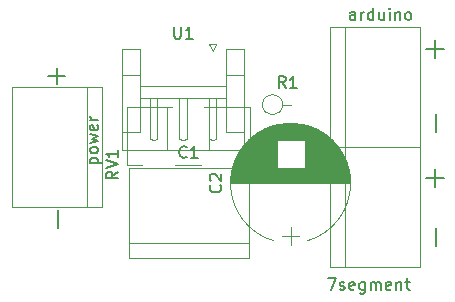
<source format=gbr>
G04 #@! TF.GenerationSoftware,KiCad,Pcbnew,(5.1.2)-2*
G04 #@! TF.CreationDate,2019-08-28T16:57:34+07:00*
G04 #@! TF.ProjectId,regulator_clock,72656775-6c61-4746-9f72-5f636c6f636b,rev?*
G04 #@! TF.SameCoordinates,Original*
G04 #@! TF.FileFunction,Legend,Top*
G04 #@! TF.FilePolarity,Positive*
%FSLAX46Y46*%
G04 Gerber Fmt 4.6, Leading zero omitted, Abs format (unit mm)*
G04 Created by KiCad (PCBNEW (5.1.2)-2) date 2019-08-28 16:57:34*
%MOMM*%
%LPD*%
G04 APERTURE LIST*
%ADD10C,0.150000*%
%ADD11C,0.120000*%
G04 APERTURE END LIST*
D10*
X121046857Y-90169904D02*
X121046857Y-88646095D01*
X120142095Y-84470857D02*
X121665904Y-84470857D01*
X120904000Y-85232761D02*
X120904000Y-83708952D01*
X121046857Y-80517904D02*
X121046857Y-78994095D01*
X121665904Y-73517142D02*
X120142095Y-73517142D01*
X120904000Y-72755238D02*
X120904000Y-74279047D01*
X89042857Y-88645904D02*
X89042857Y-87122095D01*
X88214285Y-75820571D02*
X89585714Y-75820571D01*
X88900000Y-76506285D02*
X88900000Y-75134857D01*
D11*
X101808000Y-73084000D02*
X102108000Y-73684000D01*
X102408000Y-73084000D02*
X101808000Y-73084000D01*
X102108000Y-73684000D02*
X102408000Y-73084000D01*
X96788000Y-77684000D02*
X97108000Y-77684000D01*
X96788000Y-81104000D02*
X96788000Y-77684000D01*
X97108000Y-81184000D02*
X96788000Y-81104000D01*
X97428000Y-81104000D02*
X97108000Y-81184000D01*
X97428000Y-77684000D02*
X97428000Y-81104000D01*
X97108000Y-77684000D02*
X97428000Y-77684000D01*
X99288000Y-77684000D02*
X99608000Y-77684000D01*
X99288000Y-81104000D02*
X99288000Y-77684000D01*
X99608000Y-81184000D02*
X99288000Y-81104000D01*
X99928000Y-81104000D02*
X99608000Y-81184000D01*
X99928000Y-77684000D02*
X99928000Y-81104000D01*
X99608000Y-77684000D02*
X99928000Y-77684000D01*
X101788000Y-77684000D02*
X102108000Y-77684000D01*
X101788000Y-81104000D02*
X101788000Y-77684000D01*
X102108000Y-81184000D02*
X101788000Y-81104000D01*
X102428000Y-81104000D02*
X102108000Y-81184000D01*
X102428000Y-77684000D02*
X102428000Y-81104000D01*
X102108000Y-77684000D02*
X102428000Y-77684000D01*
X103258000Y-76684000D02*
X95958000Y-76684000D01*
X103258000Y-77684000D02*
X95958000Y-77684000D01*
X95958000Y-75734000D02*
X94458000Y-75734000D01*
X95958000Y-80534000D02*
X95958000Y-75734000D01*
X94458000Y-80534000D02*
X95958000Y-80534000D01*
X103258000Y-75734000D02*
X104758000Y-75734000D01*
X103258000Y-80534000D02*
X103258000Y-75734000D01*
X104758000Y-80534000D02*
X103258000Y-80534000D01*
X95958000Y-73534000D02*
X95958000Y-75734000D01*
X94458000Y-73534000D02*
X95958000Y-73534000D01*
X94458000Y-82034000D02*
X94458000Y-73534000D01*
X104758000Y-82034000D02*
X94458000Y-82034000D01*
X104758000Y-73534000D02*
X104758000Y-82034000D01*
X103258000Y-73534000D02*
X104758000Y-73534000D01*
X103258000Y-75734000D02*
X103258000Y-73534000D01*
X105156000Y-89916000D02*
X94996000Y-89916000D01*
X105156000Y-91186000D02*
X105156000Y-83566000D01*
X105156000Y-83566000D02*
X94996000Y-83566000D01*
X94996000Y-83566000D02*
X94996000Y-91186000D01*
X94996000Y-91186000D02*
X105156000Y-91186000D01*
X107962000Y-89326000D02*
X109462000Y-89326000D01*
X108712000Y-90076000D02*
X108712000Y-88576000D01*
X108433000Y-79795000D02*
X108991000Y-79795000D01*
X108040000Y-79835000D02*
X109384000Y-79835000D01*
X107799000Y-79875000D02*
X109625000Y-79875000D01*
X107608000Y-79915000D02*
X109816000Y-79915000D01*
X107447000Y-79955000D02*
X109977000Y-79955000D01*
X107305000Y-79995000D02*
X110119000Y-79995000D01*
X107176000Y-80035000D02*
X110248000Y-80035000D01*
X107058000Y-80075000D02*
X110366000Y-80075000D01*
X106949000Y-80115000D02*
X110475000Y-80115000D01*
X106846000Y-80155000D02*
X110578000Y-80155000D01*
X106750000Y-80195000D02*
X110674000Y-80195000D01*
X106659000Y-80235000D02*
X110765000Y-80235000D01*
X106572000Y-80275000D02*
X110852000Y-80275000D01*
X106490000Y-80315000D02*
X110934000Y-80315000D01*
X106411000Y-80355000D02*
X111013000Y-80355000D01*
X106335000Y-80395000D02*
X111089000Y-80395000D01*
X106263000Y-80435000D02*
X111161000Y-80435000D01*
X106193000Y-80475000D02*
X111231000Y-80475000D01*
X106125000Y-80515000D02*
X111299000Y-80515000D01*
X106060000Y-80555000D02*
X111364000Y-80555000D01*
X105997000Y-80595000D02*
X111427000Y-80595000D01*
X105935000Y-80635000D02*
X111489000Y-80635000D01*
X105876000Y-80675000D02*
X111548000Y-80675000D01*
X105818000Y-80715000D02*
X111606000Y-80715000D01*
X105763000Y-80755000D02*
X111661000Y-80755000D01*
X105708000Y-80795000D02*
X111716000Y-80795000D01*
X105655000Y-80835000D02*
X111769000Y-80835000D01*
X105604000Y-80875000D02*
X111820000Y-80875000D01*
X105554000Y-80915000D02*
X111870000Y-80915000D01*
X105505000Y-80955000D02*
X111919000Y-80955000D01*
X105457000Y-80995000D02*
X111967000Y-80995000D01*
X105410000Y-81035000D02*
X112014000Y-81035000D01*
X105365000Y-81075000D02*
X112059000Y-81075000D01*
X105321000Y-81115000D02*
X112103000Y-81115000D01*
X105277000Y-81155000D02*
X112147000Y-81155000D01*
X105235000Y-81195000D02*
X112189000Y-81195000D01*
X109893000Y-81235000D02*
X112230000Y-81235000D01*
X105194000Y-81235000D02*
X107531000Y-81235000D01*
X109893000Y-81275000D02*
X112271000Y-81275000D01*
X105153000Y-81275000D02*
X107531000Y-81275000D01*
X109893000Y-81315000D02*
X112310000Y-81315000D01*
X105114000Y-81315000D02*
X107531000Y-81315000D01*
X109893000Y-81355000D02*
X112349000Y-81355000D01*
X105075000Y-81355000D02*
X107531000Y-81355000D01*
X109893000Y-81395000D02*
X112387000Y-81395000D01*
X105037000Y-81395000D02*
X107531000Y-81395000D01*
X109893000Y-81435000D02*
X112424000Y-81435000D01*
X105000000Y-81435000D02*
X107531000Y-81435000D01*
X109893000Y-81475000D02*
X112460000Y-81475000D01*
X104964000Y-81475000D02*
X107531000Y-81475000D01*
X109893000Y-81515000D02*
X112496000Y-81515000D01*
X104928000Y-81515000D02*
X107531000Y-81515000D01*
X109893000Y-81555000D02*
X112531000Y-81555000D01*
X104893000Y-81555000D02*
X107531000Y-81555000D01*
X109893000Y-81595000D02*
X112565000Y-81595000D01*
X104859000Y-81595000D02*
X107531000Y-81595000D01*
X109893000Y-81635000D02*
X112598000Y-81635000D01*
X104826000Y-81635000D02*
X107531000Y-81635000D01*
X109893000Y-81675000D02*
X112631000Y-81675000D01*
X104793000Y-81675000D02*
X107531000Y-81675000D01*
X109893000Y-81715000D02*
X112663000Y-81715000D01*
X104761000Y-81715000D02*
X107531000Y-81715000D01*
X109893000Y-81755000D02*
X112694000Y-81755000D01*
X104730000Y-81755000D02*
X107531000Y-81755000D01*
X109893000Y-81795000D02*
X112725000Y-81795000D01*
X104699000Y-81795000D02*
X107531000Y-81795000D01*
X109893000Y-81835000D02*
X112755000Y-81835000D01*
X104669000Y-81835000D02*
X107531000Y-81835000D01*
X109893000Y-81875000D02*
X112784000Y-81875000D01*
X104640000Y-81875000D02*
X107531000Y-81875000D01*
X109893000Y-81915000D02*
X112813000Y-81915000D01*
X104611000Y-81915000D02*
X107531000Y-81915000D01*
X109893000Y-81955000D02*
X112842000Y-81955000D01*
X104582000Y-81955000D02*
X107531000Y-81955000D01*
X109893000Y-81995000D02*
X112869000Y-81995000D01*
X104555000Y-81995000D02*
X107531000Y-81995000D01*
X109893000Y-82035000D02*
X112897000Y-82035000D01*
X104527000Y-82035000D02*
X107531000Y-82035000D01*
X109893000Y-82075000D02*
X112923000Y-82075000D01*
X104501000Y-82075000D02*
X107531000Y-82075000D01*
X109893000Y-82115000D02*
X112949000Y-82115000D01*
X104475000Y-82115000D02*
X107531000Y-82115000D01*
X109893000Y-82155000D02*
X112975000Y-82155000D01*
X104449000Y-82155000D02*
X107531000Y-82155000D01*
X109893000Y-82195000D02*
X113000000Y-82195000D01*
X104424000Y-82195000D02*
X107531000Y-82195000D01*
X109893000Y-82235000D02*
X113024000Y-82235000D01*
X104400000Y-82235000D02*
X107531000Y-82235000D01*
X109893000Y-82275000D02*
X113048000Y-82275000D01*
X104376000Y-82275000D02*
X107531000Y-82275000D01*
X109893000Y-82315000D02*
X113072000Y-82315000D01*
X104352000Y-82315000D02*
X107531000Y-82315000D01*
X109893000Y-82355000D02*
X113095000Y-82355000D01*
X104329000Y-82355000D02*
X107531000Y-82355000D01*
X109893000Y-82395000D02*
X113117000Y-82395000D01*
X104307000Y-82395000D02*
X107531000Y-82395000D01*
X109893000Y-82435000D02*
X113140000Y-82435000D01*
X104284000Y-82435000D02*
X107531000Y-82435000D01*
X109893000Y-82475000D02*
X113161000Y-82475000D01*
X104263000Y-82475000D02*
X107531000Y-82475000D01*
X109893000Y-82515000D02*
X113182000Y-82515000D01*
X104242000Y-82515000D02*
X107531000Y-82515000D01*
X109893000Y-82555000D02*
X113203000Y-82555000D01*
X104221000Y-82555000D02*
X107531000Y-82555000D01*
X109893000Y-82595000D02*
X113223000Y-82595000D01*
X104201000Y-82595000D02*
X107531000Y-82595000D01*
X109893000Y-82635000D02*
X113243000Y-82635000D01*
X104181000Y-82635000D02*
X107531000Y-82635000D01*
X109893000Y-82675000D02*
X113262000Y-82675000D01*
X104162000Y-82675000D02*
X107531000Y-82675000D01*
X109893000Y-82715000D02*
X113281000Y-82715000D01*
X104143000Y-82715000D02*
X107531000Y-82715000D01*
X109893000Y-82755000D02*
X113300000Y-82755000D01*
X104124000Y-82755000D02*
X107531000Y-82755000D01*
X109893000Y-82795000D02*
X113318000Y-82795000D01*
X104106000Y-82795000D02*
X107531000Y-82795000D01*
X109893000Y-82835000D02*
X113336000Y-82835000D01*
X104088000Y-82835000D02*
X107531000Y-82835000D01*
X109893000Y-82875000D02*
X113353000Y-82875000D01*
X104071000Y-82875000D02*
X107531000Y-82875000D01*
X109893000Y-82915000D02*
X113370000Y-82915000D01*
X104054000Y-82915000D02*
X107531000Y-82915000D01*
X109893000Y-82955000D02*
X113386000Y-82955000D01*
X104038000Y-82955000D02*
X107531000Y-82955000D01*
X109893000Y-82995000D02*
X113403000Y-82995000D01*
X104021000Y-82995000D02*
X107531000Y-82995000D01*
X109893000Y-83035000D02*
X113418000Y-83035000D01*
X104006000Y-83035000D02*
X107531000Y-83035000D01*
X109893000Y-83075000D02*
X113434000Y-83075000D01*
X103990000Y-83075000D02*
X107531000Y-83075000D01*
X109893000Y-83115000D02*
X113449000Y-83115000D01*
X103975000Y-83115000D02*
X107531000Y-83115000D01*
X109893000Y-83155000D02*
X113463000Y-83155000D01*
X103961000Y-83155000D02*
X107531000Y-83155000D01*
X109893000Y-83195000D02*
X113477000Y-83195000D01*
X103947000Y-83195000D02*
X107531000Y-83195000D01*
X109893000Y-83235000D02*
X113491000Y-83235000D01*
X103933000Y-83235000D02*
X107531000Y-83235000D01*
X109893000Y-83275000D02*
X113504000Y-83275000D01*
X103920000Y-83275000D02*
X107531000Y-83275000D01*
X109893000Y-83315000D02*
X113518000Y-83315000D01*
X103906000Y-83315000D02*
X107531000Y-83315000D01*
X109893000Y-83355000D02*
X113530000Y-83355000D01*
X103894000Y-83355000D02*
X107531000Y-83355000D01*
X109893000Y-83395000D02*
X113543000Y-83395000D01*
X103881000Y-83395000D02*
X107531000Y-83395000D01*
X109893000Y-83435000D02*
X113555000Y-83435000D01*
X103869000Y-83435000D02*
X107531000Y-83435000D01*
X109893000Y-83475000D02*
X113566000Y-83475000D01*
X103858000Y-83475000D02*
X107531000Y-83475000D01*
X109893000Y-83515000D02*
X113577000Y-83515000D01*
X103847000Y-83515000D02*
X107531000Y-83515000D01*
X109893000Y-83555000D02*
X113588000Y-83555000D01*
X103836000Y-83555000D02*
X107531000Y-83555000D01*
X103825000Y-83595000D02*
X113599000Y-83595000D01*
X103815000Y-83635000D02*
X113609000Y-83635000D01*
X103805000Y-83675000D02*
X113619000Y-83675000D01*
X103795000Y-83715000D02*
X113629000Y-83715000D01*
X103786000Y-83755000D02*
X113638000Y-83755000D01*
X103777000Y-83795000D02*
X113647000Y-83795000D01*
X103769000Y-83835000D02*
X113655000Y-83835000D01*
X103761000Y-83875000D02*
X113663000Y-83875000D01*
X103753000Y-83915000D02*
X113671000Y-83915000D01*
X103745000Y-83955000D02*
X113679000Y-83955000D01*
X103738000Y-83995000D02*
X113686000Y-83995000D01*
X103731000Y-84035000D02*
X113693000Y-84035000D01*
X103725000Y-84075000D02*
X113699000Y-84075000D01*
X103719000Y-84115000D02*
X113705000Y-84115000D01*
X103713000Y-84155000D02*
X113711000Y-84155000D01*
X103707000Y-84196000D02*
X113717000Y-84196000D01*
X103702000Y-84236000D02*
X113722000Y-84236000D01*
X103697000Y-84276000D02*
X113727000Y-84276000D01*
X103692000Y-84316000D02*
X113732000Y-84316000D01*
X103688000Y-84356000D02*
X113736000Y-84356000D01*
X103684000Y-84396000D02*
X113740000Y-84396000D01*
X103681000Y-84436000D02*
X113743000Y-84436000D01*
X103677000Y-84476000D02*
X113747000Y-84476000D01*
X103674000Y-84516000D02*
X113750000Y-84516000D01*
X103672000Y-84556000D02*
X113752000Y-84556000D01*
X103669000Y-84596000D02*
X113755000Y-84596000D01*
X103667000Y-84636000D02*
X113757000Y-84636000D01*
X103665000Y-84676000D02*
X113759000Y-84676000D01*
X103664000Y-84716000D02*
X113760000Y-84716000D01*
X103663000Y-84756000D02*
X113761000Y-84756000D01*
X103662000Y-84796000D02*
X113762000Y-84796000D01*
X103662000Y-84836000D02*
X113762000Y-84836000D01*
X103662000Y-84876000D02*
X113762000Y-84876000D01*
X110095264Y-79977563D02*
G75*
G03X107332000Y-79976643I-1383264J-4898437D01*
G01*
X110095264Y-79977563D02*
G75*
G02X110092000Y-89775357I-1383264J-4898437D01*
G01*
X107328736Y-79977563D02*
G75*
G03X107332000Y-89775357I1383264J-4898437D01*
G01*
X92710000Y-86868000D02*
X92710000Y-76708000D01*
X85090000Y-86868000D02*
X92710000Y-86868000D01*
X85090000Y-76708000D02*
X85090000Y-86868000D01*
X92710000Y-76708000D02*
X85090000Y-76708000D01*
X91440000Y-76708000D02*
X91440000Y-86868000D01*
X112014000Y-71628000D02*
X112014000Y-81788000D01*
X119634000Y-71628000D02*
X112014000Y-71628000D01*
X119634000Y-81788000D02*
X119634000Y-71628000D01*
X112014000Y-81788000D02*
X119634000Y-81788000D01*
X113284000Y-81788000D02*
X113284000Y-71628000D01*
X113284000Y-91948000D02*
X113284000Y-81788000D01*
X112014000Y-91948000D02*
X119634000Y-91948000D01*
X119634000Y-91948000D02*
X119634000Y-81788000D01*
X119634000Y-81788000D02*
X112014000Y-81788000D01*
X112014000Y-81788000D02*
X112014000Y-91948000D01*
X108048000Y-78232000D02*
X108728000Y-78232000D01*
X108048000Y-78232000D02*
G75*
G03X108048000Y-78232000I-860000J0D01*
G01*
X101401000Y-78452000D02*
X101846000Y-78452000D01*
X98226000Y-78452000D02*
X98671000Y-78452000D01*
X98901000Y-83373000D02*
X101171000Y-83373000D01*
X101846000Y-81989000D02*
X101846000Y-78452000D01*
X98226000Y-81989000D02*
X98226000Y-78452000D01*
X98901000Y-83373000D02*
X101171000Y-83373000D01*
X94825000Y-83373000D02*
X96171000Y-83373000D01*
X103901000Y-83373000D02*
X105246000Y-83373000D01*
X101401000Y-78452000D02*
X105246000Y-78452000D01*
X94825000Y-78452000D02*
X98671000Y-78452000D01*
X105246000Y-83373000D02*
X105246000Y-78452000D01*
X94825000Y-83373000D02*
X94825000Y-78452000D01*
D10*
X98846095Y-71636380D02*
X98846095Y-72445904D01*
X98893714Y-72541142D01*
X98941333Y-72588761D01*
X99036571Y-72636380D01*
X99227047Y-72636380D01*
X99322285Y-72588761D01*
X99369904Y-72541142D01*
X99417523Y-72445904D01*
X99417523Y-71636380D01*
X100417523Y-72636380D02*
X99846095Y-72636380D01*
X100131809Y-72636380D02*
X100131809Y-71636380D01*
X100036571Y-71779238D01*
X99941333Y-71874476D01*
X99846095Y-71922095D01*
X99909333Y-82653142D02*
X99861714Y-82700761D01*
X99718857Y-82748380D01*
X99623619Y-82748380D01*
X99480761Y-82700761D01*
X99385523Y-82605523D01*
X99337904Y-82510285D01*
X99290285Y-82319809D01*
X99290285Y-82176952D01*
X99337904Y-81986476D01*
X99385523Y-81891238D01*
X99480761Y-81796000D01*
X99623619Y-81748380D01*
X99718857Y-81748380D01*
X99861714Y-81796000D01*
X99909333Y-81843619D01*
X100861714Y-82748380D02*
X100290285Y-82748380D01*
X100576000Y-82748380D02*
X100576000Y-81748380D01*
X100480761Y-81891238D01*
X100385523Y-81986476D01*
X100290285Y-82034095D01*
X102759142Y-85042666D02*
X102806761Y-85090285D01*
X102854380Y-85233142D01*
X102854380Y-85328380D01*
X102806761Y-85471238D01*
X102711523Y-85566476D01*
X102616285Y-85614095D01*
X102425809Y-85661714D01*
X102282952Y-85661714D01*
X102092476Y-85614095D01*
X101997238Y-85566476D01*
X101902000Y-85471238D01*
X101854380Y-85328380D01*
X101854380Y-85233142D01*
X101902000Y-85090285D01*
X101949619Y-85042666D01*
X101949619Y-84661714D02*
X101902000Y-84614095D01*
X101854380Y-84518857D01*
X101854380Y-84280761D01*
X101902000Y-84185523D01*
X101949619Y-84137904D01*
X102044857Y-84090285D01*
X102140095Y-84090285D01*
X102282952Y-84137904D01*
X102854380Y-84709333D01*
X102854380Y-84090285D01*
X91733714Y-83208571D02*
X92733714Y-83208571D01*
X91781333Y-83208571D02*
X91733714Y-83113333D01*
X91733714Y-82922857D01*
X91781333Y-82827619D01*
X91828952Y-82780000D01*
X91924190Y-82732380D01*
X92209904Y-82732380D01*
X92305142Y-82780000D01*
X92352761Y-82827619D01*
X92400380Y-82922857D01*
X92400380Y-83113333D01*
X92352761Y-83208571D01*
X92400380Y-82160952D02*
X92352761Y-82256190D01*
X92305142Y-82303809D01*
X92209904Y-82351428D01*
X91924190Y-82351428D01*
X91828952Y-82303809D01*
X91781333Y-82256190D01*
X91733714Y-82160952D01*
X91733714Y-82018095D01*
X91781333Y-81922857D01*
X91828952Y-81875238D01*
X91924190Y-81827619D01*
X92209904Y-81827619D01*
X92305142Y-81875238D01*
X92352761Y-81922857D01*
X92400380Y-82018095D01*
X92400380Y-82160952D01*
X91733714Y-81494285D02*
X92400380Y-81303809D01*
X91924190Y-81113333D01*
X92400380Y-80922857D01*
X91733714Y-80732380D01*
X92352761Y-79970476D02*
X92400380Y-80065714D01*
X92400380Y-80256190D01*
X92352761Y-80351428D01*
X92257523Y-80399047D01*
X91876571Y-80399047D01*
X91781333Y-80351428D01*
X91733714Y-80256190D01*
X91733714Y-80065714D01*
X91781333Y-79970476D01*
X91876571Y-79922857D01*
X91971809Y-79922857D01*
X92067047Y-80399047D01*
X92400380Y-79494285D02*
X91733714Y-79494285D01*
X91924190Y-79494285D02*
X91828952Y-79446666D01*
X91781333Y-79399047D01*
X91733714Y-79303809D01*
X91733714Y-79208571D01*
X114189142Y-71064380D02*
X114189142Y-70540571D01*
X114141523Y-70445333D01*
X114046285Y-70397714D01*
X113855809Y-70397714D01*
X113760571Y-70445333D01*
X114189142Y-71016761D02*
X114093904Y-71064380D01*
X113855809Y-71064380D01*
X113760571Y-71016761D01*
X113712952Y-70921523D01*
X113712952Y-70826285D01*
X113760571Y-70731047D01*
X113855809Y-70683428D01*
X114093904Y-70683428D01*
X114189142Y-70635809D01*
X114665333Y-71064380D02*
X114665333Y-70397714D01*
X114665333Y-70588190D02*
X114712952Y-70492952D01*
X114760571Y-70445333D01*
X114855809Y-70397714D01*
X114951047Y-70397714D01*
X115712952Y-71064380D02*
X115712952Y-70064380D01*
X115712952Y-71016761D02*
X115617714Y-71064380D01*
X115427238Y-71064380D01*
X115332000Y-71016761D01*
X115284380Y-70969142D01*
X115236761Y-70873904D01*
X115236761Y-70588190D01*
X115284380Y-70492952D01*
X115332000Y-70445333D01*
X115427238Y-70397714D01*
X115617714Y-70397714D01*
X115712952Y-70445333D01*
X116617714Y-70397714D02*
X116617714Y-71064380D01*
X116189142Y-70397714D02*
X116189142Y-70921523D01*
X116236761Y-71016761D01*
X116332000Y-71064380D01*
X116474857Y-71064380D01*
X116570095Y-71016761D01*
X116617714Y-70969142D01*
X117093904Y-71064380D02*
X117093904Y-70397714D01*
X117093904Y-70064380D02*
X117046285Y-70112000D01*
X117093904Y-70159619D01*
X117141523Y-70112000D01*
X117093904Y-70064380D01*
X117093904Y-70159619D01*
X117570095Y-70397714D02*
X117570095Y-71064380D01*
X117570095Y-70492952D02*
X117617714Y-70445333D01*
X117712952Y-70397714D01*
X117855809Y-70397714D01*
X117951047Y-70445333D01*
X117998666Y-70540571D01*
X117998666Y-71064380D01*
X118617714Y-71064380D02*
X118522476Y-71016761D01*
X118474857Y-70969142D01*
X118427238Y-70873904D01*
X118427238Y-70588190D01*
X118474857Y-70492952D01*
X118522476Y-70445333D01*
X118617714Y-70397714D01*
X118760571Y-70397714D01*
X118855809Y-70445333D01*
X118903428Y-70492952D01*
X118951047Y-70588190D01*
X118951047Y-70873904D01*
X118903428Y-70969142D01*
X118855809Y-71016761D01*
X118760571Y-71064380D01*
X118617714Y-71064380D01*
X111863619Y-92924380D02*
X112530285Y-92924380D01*
X112101714Y-93924380D01*
X112863619Y-93876761D02*
X112958857Y-93924380D01*
X113149333Y-93924380D01*
X113244571Y-93876761D01*
X113292190Y-93781523D01*
X113292190Y-93733904D01*
X113244571Y-93638666D01*
X113149333Y-93591047D01*
X113006476Y-93591047D01*
X112911238Y-93543428D01*
X112863619Y-93448190D01*
X112863619Y-93400571D01*
X112911238Y-93305333D01*
X113006476Y-93257714D01*
X113149333Y-93257714D01*
X113244571Y-93305333D01*
X114101714Y-93876761D02*
X114006476Y-93924380D01*
X113816000Y-93924380D01*
X113720761Y-93876761D01*
X113673142Y-93781523D01*
X113673142Y-93400571D01*
X113720761Y-93305333D01*
X113816000Y-93257714D01*
X114006476Y-93257714D01*
X114101714Y-93305333D01*
X114149333Y-93400571D01*
X114149333Y-93495809D01*
X113673142Y-93591047D01*
X115006476Y-93257714D02*
X115006476Y-94067238D01*
X114958857Y-94162476D01*
X114911238Y-94210095D01*
X114816000Y-94257714D01*
X114673142Y-94257714D01*
X114577904Y-94210095D01*
X115006476Y-93876761D02*
X114911238Y-93924380D01*
X114720761Y-93924380D01*
X114625523Y-93876761D01*
X114577904Y-93829142D01*
X114530285Y-93733904D01*
X114530285Y-93448190D01*
X114577904Y-93352952D01*
X114625523Y-93305333D01*
X114720761Y-93257714D01*
X114911238Y-93257714D01*
X115006476Y-93305333D01*
X115482666Y-93924380D02*
X115482666Y-93257714D01*
X115482666Y-93352952D02*
X115530285Y-93305333D01*
X115625523Y-93257714D01*
X115768380Y-93257714D01*
X115863619Y-93305333D01*
X115911238Y-93400571D01*
X115911238Y-93924380D01*
X115911238Y-93400571D02*
X115958857Y-93305333D01*
X116054095Y-93257714D01*
X116196952Y-93257714D01*
X116292190Y-93305333D01*
X116339809Y-93400571D01*
X116339809Y-93924380D01*
X117196952Y-93876761D02*
X117101714Y-93924380D01*
X116911238Y-93924380D01*
X116816000Y-93876761D01*
X116768380Y-93781523D01*
X116768380Y-93400571D01*
X116816000Y-93305333D01*
X116911238Y-93257714D01*
X117101714Y-93257714D01*
X117196952Y-93305333D01*
X117244571Y-93400571D01*
X117244571Y-93495809D01*
X116768380Y-93591047D01*
X117673142Y-93257714D02*
X117673142Y-93924380D01*
X117673142Y-93352952D02*
X117720761Y-93305333D01*
X117816000Y-93257714D01*
X117958857Y-93257714D01*
X118054095Y-93305333D01*
X118101714Y-93400571D01*
X118101714Y-93924380D01*
X118435047Y-93257714D02*
X118816000Y-93257714D01*
X118577904Y-92924380D02*
X118577904Y-93781523D01*
X118625523Y-93876761D01*
X118720761Y-93924380D01*
X118816000Y-93924380D01*
X108291333Y-76824380D02*
X107958000Y-76348190D01*
X107719904Y-76824380D02*
X107719904Y-75824380D01*
X108100857Y-75824380D01*
X108196095Y-75872000D01*
X108243714Y-75919619D01*
X108291333Y-76014857D01*
X108291333Y-76157714D01*
X108243714Y-76252952D01*
X108196095Y-76300571D01*
X108100857Y-76348190D01*
X107719904Y-76348190D01*
X109243714Y-76824380D02*
X108672285Y-76824380D01*
X108958000Y-76824380D02*
X108958000Y-75824380D01*
X108862761Y-75967238D01*
X108767523Y-76062476D01*
X108672285Y-76110095D01*
X94088380Y-83907238D02*
X93612190Y-84240571D01*
X94088380Y-84478666D02*
X93088380Y-84478666D01*
X93088380Y-84097714D01*
X93136000Y-84002476D01*
X93183619Y-83954857D01*
X93278857Y-83907238D01*
X93421714Y-83907238D01*
X93516952Y-83954857D01*
X93564571Y-84002476D01*
X93612190Y-84097714D01*
X93612190Y-84478666D01*
X93088380Y-83621523D02*
X94088380Y-83288190D01*
X93088380Y-82954857D01*
X94088380Y-82097714D02*
X94088380Y-82669142D01*
X94088380Y-82383428D02*
X93088380Y-82383428D01*
X93231238Y-82478666D01*
X93326476Y-82573904D01*
X93374095Y-82669142D01*
M02*

</source>
